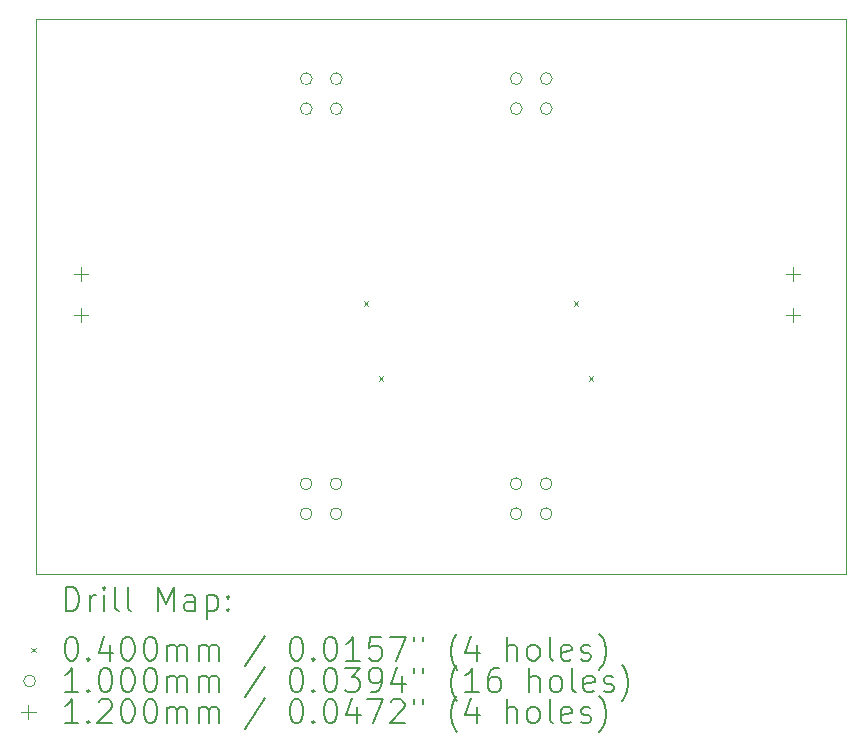
<source format=gbr>
%FSLAX45Y45*%
G04 Gerber Fmt 4.5, Leading zero omitted, Abs format (unit mm)*
G04 Created by KiCad (PCBNEW 6.0.0-rc2-unknown-160328abc7~144~ubuntu21.10.1) date 2021-12-28 15:03:49*
%MOMM*%
%LPD*%
G01*
G04 APERTURE LIST*
%TA.AperFunction,Profile*%
%ADD10C,0.100000*%
%TD*%
%ADD11C,0.200000*%
%ADD12C,0.040000*%
%ADD13C,0.100000*%
%ADD14C,0.120000*%
G04 APERTURE END LIST*
D10*
X4064000Y-10922000D02*
X4064000Y-6223000D01*
X10922000Y-6223000D02*
X10922000Y-10922000D01*
X4064000Y-6223000D02*
X10922000Y-6223000D01*
X10922000Y-10922000D02*
X4064000Y-10922000D01*
D11*
D12*
X6838000Y-8616000D02*
X6878000Y-8656000D01*
X6878000Y-8616000D02*
X6838000Y-8656000D01*
X6965000Y-9251000D02*
X7005000Y-9291000D01*
X7005000Y-9251000D02*
X6965000Y-9291000D01*
X8616000Y-8616000D02*
X8656000Y-8656000D01*
X8656000Y-8616000D02*
X8616000Y-8656000D01*
X8743000Y-9251000D02*
X8783000Y-9291000D01*
X8783000Y-9251000D02*
X8743000Y-9291000D01*
D13*
X6399500Y-10160500D02*
G75*
G03*
X6399500Y-10160500I-50000J0D01*
G01*
X6399500Y-10414500D02*
G75*
G03*
X6399500Y-10414500I-50000J0D01*
G01*
X6400500Y-6731000D02*
G75*
G03*
X6400500Y-6731000I-50000J0D01*
G01*
X6400500Y-6985000D02*
G75*
G03*
X6400500Y-6985000I-50000J0D01*
G01*
X6653500Y-10160500D02*
G75*
G03*
X6653500Y-10160500I-50000J0D01*
G01*
X6653500Y-10414500D02*
G75*
G03*
X6653500Y-10414500I-50000J0D01*
G01*
X6654500Y-6731000D02*
G75*
G03*
X6654500Y-6731000I-50000J0D01*
G01*
X6654500Y-6985000D02*
G75*
G03*
X6654500Y-6985000I-50000J0D01*
G01*
X8177500Y-10160000D02*
G75*
G03*
X8177500Y-10160000I-50000J0D01*
G01*
X8177500Y-10414000D02*
G75*
G03*
X8177500Y-10414000I-50000J0D01*
G01*
X8178500Y-6730500D02*
G75*
G03*
X8178500Y-6730500I-50000J0D01*
G01*
X8178500Y-6984500D02*
G75*
G03*
X8178500Y-6984500I-50000J0D01*
G01*
X8431500Y-10160000D02*
G75*
G03*
X8431500Y-10160000I-50000J0D01*
G01*
X8431500Y-10414000D02*
G75*
G03*
X8431500Y-10414000I-50000J0D01*
G01*
X8432500Y-6730500D02*
G75*
G03*
X8432500Y-6730500I-50000J0D01*
G01*
X8432500Y-6984500D02*
G75*
G03*
X8432500Y-6984500I-50000J0D01*
G01*
D14*
X4445000Y-8322000D02*
X4445000Y-8442000D01*
X4385000Y-8382000D02*
X4505000Y-8382000D01*
X4445000Y-8672000D02*
X4445000Y-8792000D01*
X4385000Y-8732000D02*
X4505000Y-8732000D01*
X10471000Y-8322000D02*
X10471000Y-8442000D01*
X10411000Y-8382000D02*
X10531000Y-8382000D01*
X10471000Y-8672000D02*
X10471000Y-8792000D01*
X10411000Y-8732000D02*
X10531000Y-8732000D01*
D11*
X4316619Y-11237476D02*
X4316619Y-11037476D01*
X4364238Y-11037476D01*
X4392810Y-11047000D01*
X4411857Y-11066048D01*
X4421381Y-11085095D01*
X4430905Y-11123190D01*
X4430905Y-11151762D01*
X4421381Y-11189857D01*
X4411857Y-11208905D01*
X4392810Y-11227952D01*
X4364238Y-11237476D01*
X4316619Y-11237476D01*
X4516619Y-11237476D02*
X4516619Y-11104143D01*
X4516619Y-11142238D02*
X4526143Y-11123190D01*
X4535667Y-11113667D01*
X4554714Y-11104143D01*
X4573762Y-11104143D01*
X4640429Y-11237476D02*
X4640429Y-11104143D01*
X4640429Y-11037476D02*
X4630905Y-11047000D01*
X4640429Y-11056524D01*
X4649952Y-11047000D01*
X4640429Y-11037476D01*
X4640429Y-11056524D01*
X4764238Y-11237476D02*
X4745190Y-11227952D01*
X4735667Y-11208905D01*
X4735667Y-11037476D01*
X4869000Y-11237476D02*
X4849952Y-11227952D01*
X4840429Y-11208905D01*
X4840429Y-11037476D01*
X5097571Y-11237476D02*
X5097571Y-11037476D01*
X5164238Y-11180333D01*
X5230905Y-11037476D01*
X5230905Y-11237476D01*
X5411857Y-11237476D02*
X5411857Y-11132714D01*
X5402333Y-11113667D01*
X5383286Y-11104143D01*
X5345190Y-11104143D01*
X5326143Y-11113667D01*
X5411857Y-11227952D02*
X5392810Y-11237476D01*
X5345190Y-11237476D01*
X5326143Y-11227952D01*
X5316619Y-11208905D01*
X5316619Y-11189857D01*
X5326143Y-11170810D01*
X5345190Y-11161286D01*
X5392810Y-11161286D01*
X5411857Y-11151762D01*
X5507095Y-11104143D02*
X5507095Y-11304143D01*
X5507095Y-11113667D02*
X5526143Y-11104143D01*
X5564238Y-11104143D01*
X5583286Y-11113667D01*
X5592809Y-11123190D01*
X5602333Y-11142238D01*
X5602333Y-11199381D01*
X5592809Y-11218428D01*
X5583286Y-11227952D01*
X5564238Y-11237476D01*
X5526143Y-11237476D01*
X5507095Y-11227952D01*
X5688048Y-11218428D02*
X5697571Y-11227952D01*
X5688048Y-11237476D01*
X5678524Y-11227952D01*
X5688048Y-11218428D01*
X5688048Y-11237476D01*
X5688048Y-11113667D02*
X5697571Y-11123190D01*
X5688048Y-11132714D01*
X5678524Y-11123190D01*
X5688048Y-11113667D01*
X5688048Y-11132714D01*
D12*
X4019000Y-11547000D02*
X4059000Y-11587000D01*
X4059000Y-11547000D02*
X4019000Y-11587000D01*
D11*
X4354714Y-11457476D02*
X4373762Y-11457476D01*
X4392810Y-11467000D01*
X4402333Y-11476524D01*
X4411857Y-11495571D01*
X4421381Y-11533667D01*
X4421381Y-11581286D01*
X4411857Y-11619381D01*
X4402333Y-11638428D01*
X4392810Y-11647952D01*
X4373762Y-11657476D01*
X4354714Y-11657476D01*
X4335667Y-11647952D01*
X4326143Y-11638428D01*
X4316619Y-11619381D01*
X4307095Y-11581286D01*
X4307095Y-11533667D01*
X4316619Y-11495571D01*
X4326143Y-11476524D01*
X4335667Y-11467000D01*
X4354714Y-11457476D01*
X4507095Y-11638428D02*
X4516619Y-11647952D01*
X4507095Y-11657476D01*
X4497571Y-11647952D01*
X4507095Y-11638428D01*
X4507095Y-11657476D01*
X4688048Y-11524143D02*
X4688048Y-11657476D01*
X4640429Y-11447952D02*
X4592810Y-11590809D01*
X4716619Y-11590809D01*
X4830905Y-11457476D02*
X4849952Y-11457476D01*
X4869000Y-11467000D01*
X4878524Y-11476524D01*
X4888048Y-11495571D01*
X4897571Y-11533667D01*
X4897571Y-11581286D01*
X4888048Y-11619381D01*
X4878524Y-11638428D01*
X4869000Y-11647952D01*
X4849952Y-11657476D01*
X4830905Y-11657476D01*
X4811857Y-11647952D01*
X4802333Y-11638428D01*
X4792810Y-11619381D01*
X4783286Y-11581286D01*
X4783286Y-11533667D01*
X4792810Y-11495571D01*
X4802333Y-11476524D01*
X4811857Y-11467000D01*
X4830905Y-11457476D01*
X5021381Y-11457476D02*
X5040429Y-11457476D01*
X5059476Y-11467000D01*
X5069000Y-11476524D01*
X5078524Y-11495571D01*
X5088048Y-11533667D01*
X5088048Y-11581286D01*
X5078524Y-11619381D01*
X5069000Y-11638428D01*
X5059476Y-11647952D01*
X5040429Y-11657476D01*
X5021381Y-11657476D01*
X5002333Y-11647952D01*
X4992810Y-11638428D01*
X4983286Y-11619381D01*
X4973762Y-11581286D01*
X4973762Y-11533667D01*
X4983286Y-11495571D01*
X4992810Y-11476524D01*
X5002333Y-11467000D01*
X5021381Y-11457476D01*
X5173762Y-11657476D02*
X5173762Y-11524143D01*
X5173762Y-11543190D02*
X5183286Y-11533667D01*
X5202333Y-11524143D01*
X5230905Y-11524143D01*
X5249952Y-11533667D01*
X5259476Y-11552714D01*
X5259476Y-11657476D01*
X5259476Y-11552714D02*
X5269000Y-11533667D01*
X5288048Y-11524143D01*
X5316619Y-11524143D01*
X5335667Y-11533667D01*
X5345190Y-11552714D01*
X5345190Y-11657476D01*
X5440429Y-11657476D02*
X5440429Y-11524143D01*
X5440429Y-11543190D02*
X5449952Y-11533667D01*
X5469000Y-11524143D01*
X5497571Y-11524143D01*
X5516619Y-11533667D01*
X5526143Y-11552714D01*
X5526143Y-11657476D01*
X5526143Y-11552714D02*
X5535667Y-11533667D01*
X5554714Y-11524143D01*
X5583286Y-11524143D01*
X5602333Y-11533667D01*
X5611857Y-11552714D01*
X5611857Y-11657476D01*
X6002333Y-11447952D02*
X5830905Y-11705095D01*
X6259476Y-11457476D02*
X6278524Y-11457476D01*
X6297571Y-11467000D01*
X6307095Y-11476524D01*
X6316619Y-11495571D01*
X6326143Y-11533667D01*
X6326143Y-11581286D01*
X6316619Y-11619381D01*
X6307095Y-11638428D01*
X6297571Y-11647952D01*
X6278524Y-11657476D01*
X6259476Y-11657476D01*
X6240428Y-11647952D01*
X6230905Y-11638428D01*
X6221381Y-11619381D01*
X6211857Y-11581286D01*
X6211857Y-11533667D01*
X6221381Y-11495571D01*
X6230905Y-11476524D01*
X6240428Y-11467000D01*
X6259476Y-11457476D01*
X6411857Y-11638428D02*
X6421381Y-11647952D01*
X6411857Y-11657476D01*
X6402333Y-11647952D01*
X6411857Y-11638428D01*
X6411857Y-11657476D01*
X6545190Y-11457476D02*
X6564238Y-11457476D01*
X6583286Y-11467000D01*
X6592809Y-11476524D01*
X6602333Y-11495571D01*
X6611857Y-11533667D01*
X6611857Y-11581286D01*
X6602333Y-11619381D01*
X6592809Y-11638428D01*
X6583286Y-11647952D01*
X6564238Y-11657476D01*
X6545190Y-11657476D01*
X6526143Y-11647952D01*
X6516619Y-11638428D01*
X6507095Y-11619381D01*
X6497571Y-11581286D01*
X6497571Y-11533667D01*
X6507095Y-11495571D01*
X6516619Y-11476524D01*
X6526143Y-11467000D01*
X6545190Y-11457476D01*
X6802333Y-11657476D02*
X6688048Y-11657476D01*
X6745190Y-11657476D02*
X6745190Y-11457476D01*
X6726143Y-11486048D01*
X6707095Y-11505095D01*
X6688048Y-11514619D01*
X6983286Y-11457476D02*
X6888048Y-11457476D01*
X6878524Y-11552714D01*
X6888048Y-11543190D01*
X6907095Y-11533667D01*
X6954714Y-11533667D01*
X6973762Y-11543190D01*
X6983286Y-11552714D01*
X6992809Y-11571762D01*
X6992809Y-11619381D01*
X6983286Y-11638428D01*
X6973762Y-11647952D01*
X6954714Y-11657476D01*
X6907095Y-11657476D01*
X6888048Y-11647952D01*
X6878524Y-11638428D01*
X7059476Y-11457476D02*
X7192809Y-11457476D01*
X7107095Y-11657476D01*
X7259476Y-11457476D02*
X7259476Y-11495571D01*
X7335667Y-11457476D02*
X7335667Y-11495571D01*
X7630905Y-11733667D02*
X7621381Y-11724143D01*
X7602333Y-11695571D01*
X7592809Y-11676524D01*
X7583286Y-11647952D01*
X7573762Y-11600333D01*
X7573762Y-11562238D01*
X7583286Y-11514619D01*
X7592809Y-11486048D01*
X7602333Y-11467000D01*
X7621381Y-11438428D01*
X7630905Y-11428905D01*
X7792809Y-11524143D02*
X7792809Y-11657476D01*
X7745190Y-11447952D02*
X7697571Y-11590809D01*
X7821381Y-11590809D01*
X8049952Y-11657476D02*
X8049952Y-11457476D01*
X8135667Y-11657476D02*
X8135667Y-11552714D01*
X8126143Y-11533667D01*
X8107095Y-11524143D01*
X8078524Y-11524143D01*
X8059476Y-11533667D01*
X8049952Y-11543190D01*
X8259476Y-11657476D02*
X8240428Y-11647952D01*
X8230905Y-11638428D01*
X8221381Y-11619381D01*
X8221381Y-11562238D01*
X8230905Y-11543190D01*
X8240428Y-11533667D01*
X8259476Y-11524143D01*
X8288048Y-11524143D01*
X8307095Y-11533667D01*
X8316619Y-11543190D01*
X8326143Y-11562238D01*
X8326143Y-11619381D01*
X8316619Y-11638428D01*
X8307095Y-11647952D01*
X8288048Y-11657476D01*
X8259476Y-11657476D01*
X8440429Y-11657476D02*
X8421381Y-11647952D01*
X8411857Y-11628905D01*
X8411857Y-11457476D01*
X8592810Y-11647952D02*
X8573762Y-11657476D01*
X8535667Y-11657476D01*
X8516619Y-11647952D01*
X8507095Y-11628905D01*
X8507095Y-11552714D01*
X8516619Y-11533667D01*
X8535667Y-11524143D01*
X8573762Y-11524143D01*
X8592810Y-11533667D01*
X8602333Y-11552714D01*
X8602333Y-11571762D01*
X8507095Y-11590809D01*
X8678524Y-11647952D02*
X8697571Y-11657476D01*
X8735667Y-11657476D01*
X8754714Y-11647952D01*
X8764238Y-11628905D01*
X8764238Y-11619381D01*
X8754714Y-11600333D01*
X8735667Y-11590809D01*
X8707095Y-11590809D01*
X8688048Y-11581286D01*
X8678524Y-11562238D01*
X8678524Y-11552714D01*
X8688048Y-11533667D01*
X8707095Y-11524143D01*
X8735667Y-11524143D01*
X8754714Y-11533667D01*
X8830905Y-11733667D02*
X8840429Y-11724143D01*
X8859476Y-11695571D01*
X8869000Y-11676524D01*
X8878524Y-11647952D01*
X8888048Y-11600333D01*
X8888048Y-11562238D01*
X8878524Y-11514619D01*
X8869000Y-11486048D01*
X8859476Y-11467000D01*
X8840429Y-11438428D01*
X8830905Y-11428905D01*
D13*
X4059000Y-11831000D02*
G75*
G03*
X4059000Y-11831000I-50000J0D01*
G01*
D11*
X4421381Y-11921476D02*
X4307095Y-11921476D01*
X4364238Y-11921476D02*
X4364238Y-11721476D01*
X4345190Y-11750048D01*
X4326143Y-11769095D01*
X4307095Y-11778619D01*
X4507095Y-11902428D02*
X4516619Y-11911952D01*
X4507095Y-11921476D01*
X4497571Y-11911952D01*
X4507095Y-11902428D01*
X4507095Y-11921476D01*
X4640429Y-11721476D02*
X4659476Y-11721476D01*
X4678524Y-11731000D01*
X4688048Y-11740524D01*
X4697571Y-11759571D01*
X4707095Y-11797667D01*
X4707095Y-11845286D01*
X4697571Y-11883381D01*
X4688048Y-11902428D01*
X4678524Y-11911952D01*
X4659476Y-11921476D01*
X4640429Y-11921476D01*
X4621381Y-11911952D01*
X4611857Y-11902428D01*
X4602333Y-11883381D01*
X4592810Y-11845286D01*
X4592810Y-11797667D01*
X4602333Y-11759571D01*
X4611857Y-11740524D01*
X4621381Y-11731000D01*
X4640429Y-11721476D01*
X4830905Y-11721476D02*
X4849952Y-11721476D01*
X4869000Y-11731000D01*
X4878524Y-11740524D01*
X4888048Y-11759571D01*
X4897571Y-11797667D01*
X4897571Y-11845286D01*
X4888048Y-11883381D01*
X4878524Y-11902428D01*
X4869000Y-11911952D01*
X4849952Y-11921476D01*
X4830905Y-11921476D01*
X4811857Y-11911952D01*
X4802333Y-11902428D01*
X4792810Y-11883381D01*
X4783286Y-11845286D01*
X4783286Y-11797667D01*
X4792810Y-11759571D01*
X4802333Y-11740524D01*
X4811857Y-11731000D01*
X4830905Y-11721476D01*
X5021381Y-11721476D02*
X5040429Y-11721476D01*
X5059476Y-11731000D01*
X5069000Y-11740524D01*
X5078524Y-11759571D01*
X5088048Y-11797667D01*
X5088048Y-11845286D01*
X5078524Y-11883381D01*
X5069000Y-11902428D01*
X5059476Y-11911952D01*
X5040429Y-11921476D01*
X5021381Y-11921476D01*
X5002333Y-11911952D01*
X4992810Y-11902428D01*
X4983286Y-11883381D01*
X4973762Y-11845286D01*
X4973762Y-11797667D01*
X4983286Y-11759571D01*
X4992810Y-11740524D01*
X5002333Y-11731000D01*
X5021381Y-11721476D01*
X5173762Y-11921476D02*
X5173762Y-11788143D01*
X5173762Y-11807190D02*
X5183286Y-11797667D01*
X5202333Y-11788143D01*
X5230905Y-11788143D01*
X5249952Y-11797667D01*
X5259476Y-11816714D01*
X5259476Y-11921476D01*
X5259476Y-11816714D02*
X5269000Y-11797667D01*
X5288048Y-11788143D01*
X5316619Y-11788143D01*
X5335667Y-11797667D01*
X5345190Y-11816714D01*
X5345190Y-11921476D01*
X5440429Y-11921476D02*
X5440429Y-11788143D01*
X5440429Y-11807190D02*
X5449952Y-11797667D01*
X5469000Y-11788143D01*
X5497571Y-11788143D01*
X5516619Y-11797667D01*
X5526143Y-11816714D01*
X5526143Y-11921476D01*
X5526143Y-11816714D02*
X5535667Y-11797667D01*
X5554714Y-11788143D01*
X5583286Y-11788143D01*
X5602333Y-11797667D01*
X5611857Y-11816714D01*
X5611857Y-11921476D01*
X6002333Y-11711952D02*
X5830905Y-11969095D01*
X6259476Y-11721476D02*
X6278524Y-11721476D01*
X6297571Y-11731000D01*
X6307095Y-11740524D01*
X6316619Y-11759571D01*
X6326143Y-11797667D01*
X6326143Y-11845286D01*
X6316619Y-11883381D01*
X6307095Y-11902428D01*
X6297571Y-11911952D01*
X6278524Y-11921476D01*
X6259476Y-11921476D01*
X6240428Y-11911952D01*
X6230905Y-11902428D01*
X6221381Y-11883381D01*
X6211857Y-11845286D01*
X6211857Y-11797667D01*
X6221381Y-11759571D01*
X6230905Y-11740524D01*
X6240428Y-11731000D01*
X6259476Y-11721476D01*
X6411857Y-11902428D02*
X6421381Y-11911952D01*
X6411857Y-11921476D01*
X6402333Y-11911952D01*
X6411857Y-11902428D01*
X6411857Y-11921476D01*
X6545190Y-11721476D02*
X6564238Y-11721476D01*
X6583286Y-11731000D01*
X6592809Y-11740524D01*
X6602333Y-11759571D01*
X6611857Y-11797667D01*
X6611857Y-11845286D01*
X6602333Y-11883381D01*
X6592809Y-11902428D01*
X6583286Y-11911952D01*
X6564238Y-11921476D01*
X6545190Y-11921476D01*
X6526143Y-11911952D01*
X6516619Y-11902428D01*
X6507095Y-11883381D01*
X6497571Y-11845286D01*
X6497571Y-11797667D01*
X6507095Y-11759571D01*
X6516619Y-11740524D01*
X6526143Y-11731000D01*
X6545190Y-11721476D01*
X6678524Y-11721476D02*
X6802333Y-11721476D01*
X6735667Y-11797667D01*
X6764238Y-11797667D01*
X6783286Y-11807190D01*
X6792809Y-11816714D01*
X6802333Y-11835762D01*
X6802333Y-11883381D01*
X6792809Y-11902428D01*
X6783286Y-11911952D01*
X6764238Y-11921476D01*
X6707095Y-11921476D01*
X6688048Y-11911952D01*
X6678524Y-11902428D01*
X6897571Y-11921476D02*
X6935667Y-11921476D01*
X6954714Y-11911952D01*
X6964238Y-11902428D01*
X6983286Y-11873857D01*
X6992809Y-11835762D01*
X6992809Y-11759571D01*
X6983286Y-11740524D01*
X6973762Y-11731000D01*
X6954714Y-11721476D01*
X6916619Y-11721476D01*
X6897571Y-11731000D01*
X6888048Y-11740524D01*
X6878524Y-11759571D01*
X6878524Y-11807190D01*
X6888048Y-11826238D01*
X6897571Y-11835762D01*
X6916619Y-11845286D01*
X6954714Y-11845286D01*
X6973762Y-11835762D01*
X6983286Y-11826238D01*
X6992809Y-11807190D01*
X7164238Y-11788143D02*
X7164238Y-11921476D01*
X7116619Y-11711952D02*
X7069000Y-11854809D01*
X7192809Y-11854809D01*
X7259476Y-11721476D02*
X7259476Y-11759571D01*
X7335667Y-11721476D02*
X7335667Y-11759571D01*
X7630905Y-11997667D02*
X7621381Y-11988143D01*
X7602333Y-11959571D01*
X7592809Y-11940524D01*
X7583286Y-11911952D01*
X7573762Y-11864333D01*
X7573762Y-11826238D01*
X7583286Y-11778619D01*
X7592809Y-11750048D01*
X7602333Y-11731000D01*
X7621381Y-11702428D01*
X7630905Y-11692905D01*
X7811857Y-11921476D02*
X7697571Y-11921476D01*
X7754714Y-11921476D02*
X7754714Y-11721476D01*
X7735667Y-11750048D01*
X7716619Y-11769095D01*
X7697571Y-11778619D01*
X7983286Y-11721476D02*
X7945190Y-11721476D01*
X7926143Y-11731000D01*
X7916619Y-11740524D01*
X7897571Y-11769095D01*
X7888048Y-11807190D01*
X7888048Y-11883381D01*
X7897571Y-11902428D01*
X7907095Y-11911952D01*
X7926143Y-11921476D01*
X7964238Y-11921476D01*
X7983286Y-11911952D01*
X7992809Y-11902428D01*
X8002333Y-11883381D01*
X8002333Y-11835762D01*
X7992809Y-11816714D01*
X7983286Y-11807190D01*
X7964238Y-11797667D01*
X7926143Y-11797667D01*
X7907095Y-11807190D01*
X7897571Y-11816714D01*
X7888048Y-11835762D01*
X8240428Y-11921476D02*
X8240428Y-11721476D01*
X8326143Y-11921476D02*
X8326143Y-11816714D01*
X8316619Y-11797667D01*
X8297571Y-11788143D01*
X8269000Y-11788143D01*
X8249952Y-11797667D01*
X8240428Y-11807190D01*
X8449952Y-11921476D02*
X8430905Y-11911952D01*
X8421381Y-11902428D01*
X8411857Y-11883381D01*
X8411857Y-11826238D01*
X8421381Y-11807190D01*
X8430905Y-11797667D01*
X8449952Y-11788143D01*
X8478524Y-11788143D01*
X8497571Y-11797667D01*
X8507095Y-11807190D01*
X8516619Y-11826238D01*
X8516619Y-11883381D01*
X8507095Y-11902428D01*
X8497571Y-11911952D01*
X8478524Y-11921476D01*
X8449952Y-11921476D01*
X8630905Y-11921476D02*
X8611857Y-11911952D01*
X8602333Y-11892905D01*
X8602333Y-11721476D01*
X8783286Y-11911952D02*
X8764238Y-11921476D01*
X8726143Y-11921476D01*
X8707095Y-11911952D01*
X8697571Y-11892905D01*
X8697571Y-11816714D01*
X8707095Y-11797667D01*
X8726143Y-11788143D01*
X8764238Y-11788143D01*
X8783286Y-11797667D01*
X8792810Y-11816714D01*
X8792810Y-11835762D01*
X8697571Y-11854809D01*
X8869000Y-11911952D02*
X8888048Y-11921476D01*
X8926143Y-11921476D01*
X8945190Y-11911952D01*
X8954714Y-11892905D01*
X8954714Y-11883381D01*
X8945190Y-11864333D01*
X8926143Y-11854809D01*
X8897571Y-11854809D01*
X8878524Y-11845286D01*
X8869000Y-11826238D01*
X8869000Y-11816714D01*
X8878524Y-11797667D01*
X8897571Y-11788143D01*
X8926143Y-11788143D01*
X8945190Y-11797667D01*
X9021381Y-11997667D02*
X9030905Y-11988143D01*
X9049952Y-11959571D01*
X9059476Y-11940524D01*
X9069000Y-11911952D01*
X9078524Y-11864333D01*
X9078524Y-11826238D01*
X9069000Y-11778619D01*
X9059476Y-11750048D01*
X9049952Y-11731000D01*
X9030905Y-11702428D01*
X9021381Y-11692905D01*
D14*
X3999000Y-12035000D02*
X3999000Y-12155000D01*
X3939000Y-12095000D02*
X4059000Y-12095000D01*
D11*
X4421381Y-12185476D02*
X4307095Y-12185476D01*
X4364238Y-12185476D02*
X4364238Y-11985476D01*
X4345190Y-12014048D01*
X4326143Y-12033095D01*
X4307095Y-12042619D01*
X4507095Y-12166428D02*
X4516619Y-12175952D01*
X4507095Y-12185476D01*
X4497571Y-12175952D01*
X4507095Y-12166428D01*
X4507095Y-12185476D01*
X4592810Y-12004524D02*
X4602333Y-11995000D01*
X4621381Y-11985476D01*
X4669000Y-11985476D01*
X4688048Y-11995000D01*
X4697571Y-12004524D01*
X4707095Y-12023571D01*
X4707095Y-12042619D01*
X4697571Y-12071190D01*
X4583286Y-12185476D01*
X4707095Y-12185476D01*
X4830905Y-11985476D02*
X4849952Y-11985476D01*
X4869000Y-11995000D01*
X4878524Y-12004524D01*
X4888048Y-12023571D01*
X4897571Y-12061667D01*
X4897571Y-12109286D01*
X4888048Y-12147381D01*
X4878524Y-12166428D01*
X4869000Y-12175952D01*
X4849952Y-12185476D01*
X4830905Y-12185476D01*
X4811857Y-12175952D01*
X4802333Y-12166428D01*
X4792810Y-12147381D01*
X4783286Y-12109286D01*
X4783286Y-12061667D01*
X4792810Y-12023571D01*
X4802333Y-12004524D01*
X4811857Y-11995000D01*
X4830905Y-11985476D01*
X5021381Y-11985476D02*
X5040429Y-11985476D01*
X5059476Y-11995000D01*
X5069000Y-12004524D01*
X5078524Y-12023571D01*
X5088048Y-12061667D01*
X5088048Y-12109286D01*
X5078524Y-12147381D01*
X5069000Y-12166428D01*
X5059476Y-12175952D01*
X5040429Y-12185476D01*
X5021381Y-12185476D01*
X5002333Y-12175952D01*
X4992810Y-12166428D01*
X4983286Y-12147381D01*
X4973762Y-12109286D01*
X4973762Y-12061667D01*
X4983286Y-12023571D01*
X4992810Y-12004524D01*
X5002333Y-11995000D01*
X5021381Y-11985476D01*
X5173762Y-12185476D02*
X5173762Y-12052143D01*
X5173762Y-12071190D02*
X5183286Y-12061667D01*
X5202333Y-12052143D01*
X5230905Y-12052143D01*
X5249952Y-12061667D01*
X5259476Y-12080714D01*
X5259476Y-12185476D01*
X5259476Y-12080714D02*
X5269000Y-12061667D01*
X5288048Y-12052143D01*
X5316619Y-12052143D01*
X5335667Y-12061667D01*
X5345190Y-12080714D01*
X5345190Y-12185476D01*
X5440429Y-12185476D02*
X5440429Y-12052143D01*
X5440429Y-12071190D02*
X5449952Y-12061667D01*
X5469000Y-12052143D01*
X5497571Y-12052143D01*
X5516619Y-12061667D01*
X5526143Y-12080714D01*
X5526143Y-12185476D01*
X5526143Y-12080714D02*
X5535667Y-12061667D01*
X5554714Y-12052143D01*
X5583286Y-12052143D01*
X5602333Y-12061667D01*
X5611857Y-12080714D01*
X5611857Y-12185476D01*
X6002333Y-11975952D02*
X5830905Y-12233095D01*
X6259476Y-11985476D02*
X6278524Y-11985476D01*
X6297571Y-11995000D01*
X6307095Y-12004524D01*
X6316619Y-12023571D01*
X6326143Y-12061667D01*
X6326143Y-12109286D01*
X6316619Y-12147381D01*
X6307095Y-12166428D01*
X6297571Y-12175952D01*
X6278524Y-12185476D01*
X6259476Y-12185476D01*
X6240428Y-12175952D01*
X6230905Y-12166428D01*
X6221381Y-12147381D01*
X6211857Y-12109286D01*
X6211857Y-12061667D01*
X6221381Y-12023571D01*
X6230905Y-12004524D01*
X6240428Y-11995000D01*
X6259476Y-11985476D01*
X6411857Y-12166428D02*
X6421381Y-12175952D01*
X6411857Y-12185476D01*
X6402333Y-12175952D01*
X6411857Y-12166428D01*
X6411857Y-12185476D01*
X6545190Y-11985476D02*
X6564238Y-11985476D01*
X6583286Y-11995000D01*
X6592809Y-12004524D01*
X6602333Y-12023571D01*
X6611857Y-12061667D01*
X6611857Y-12109286D01*
X6602333Y-12147381D01*
X6592809Y-12166428D01*
X6583286Y-12175952D01*
X6564238Y-12185476D01*
X6545190Y-12185476D01*
X6526143Y-12175952D01*
X6516619Y-12166428D01*
X6507095Y-12147381D01*
X6497571Y-12109286D01*
X6497571Y-12061667D01*
X6507095Y-12023571D01*
X6516619Y-12004524D01*
X6526143Y-11995000D01*
X6545190Y-11985476D01*
X6783286Y-12052143D02*
X6783286Y-12185476D01*
X6735667Y-11975952D02*
X6688048Y-12118809D01*
X6811857Y-12118809D01*
X6869000Y-11985476D02*
X7002333Y-11985476D01*
X6916619Y-12185476D01*
X7069000Y-12004524D02*
X7078524Y-11995000D01*
X7097571Y-11985476D01*
X7145190Y-11985476D01*
X7164238Y-11995000D01*
X7173762Y-12004524D01*
X7183286Y-12023571D01*
X7183286Y-12042619D01*
X7173762Y-12071190D01*
X7059476Y-12185476D01*
X7183286Y-12185476D01*
X7259476Y-11985476D02*
X7259476Y-12023571D01*
X7335667Y-11985476D02*
X7335667Y-12023571D01*
X7630905Y-12261667D02*
X7621381Y-12252143D01*
X7602333Y-12223571D01*
X7592809Y-12204524D01*
X7583286Y-12175952D01*
X7573762Y-12128333D01*
X7573762Y-12090238D01*
X7583286Y-12042619D01*
X7592809Y-12014048D01*
X7602333Y-11995000D01*
X7621381Y-11966428D01*
X7630905Y-11956905D01*
X7792809Y-12052143D02*
X7792809Y-12185476D01*
X7745190Y-11975952D02*
X7697571Y-12118809D01*
X7821381Y-12118809D01*
X8049952Y-12185476D02*
X8049952Y-11985476D01*
X8135667Y-12185476D02*
X8135667Y-12080714D01*
X8126143Y-12061667D01*
X8107095Y-12052143D01*
X8078524Y-12052143D01*
X8059476Y-12061667D01*
X8049952Y-12071190D01*
X8259476Y-12185476D02*
X8240428Y-12175952D01*
X8230905Y-12166428D01*
X8221381Y-12147381D01*
X8221381Y-12090238D01*
X8230905Y-12071190D01*
X8240428Y-12061667D01*
X8259476Y-12052143D01*
X8288048Y-12052143D01*
X8307095Y-12061667D01*
X8316619Y-12071190D01*
X8326143Y-12090238D01*
X8326143Y-12147381D01*
X8316619Y-12166428D01*
X8307095Y-12175952D01*
X8288048Y-12185476D01*
X8259476Y-12185476D01*
X8440429Y-12185476D02*
X8421381Y-12175952D01*
X8411857Y-12156905D01*
X8411857Y-11985476D01*
X8592810Y-12175952D02*
X8573762Y-12185476D01*
X8535667Y-12185476D01*
X8516619Y-12175952D01*
X8507095Y-12156905D01*
X8507095Y-12080714D01*
X8516619Y-12061667D01*
X8535667Y-12052143D01*
X8573762Y-12052143D01*
X8592810Y-12061667D01*
X8602333Y-12080714D01*
X8602333Y-12099762D01*
X8507095Y-12118809D01*
X8678524Y-12175952D02*
X8697571Y-12185476D01*
X8735667Y-12185476D01*
X8754714Y-12175952D01*
X8764238Y-12156905D01*
X8764238Y-12147381D01*
X8754714Y-12128333D01*
X8735667Y-12118809D01*
X8707095Y-12118809D01*
X8688048Y-12109286D01*
X8678524Y-12090238D01*
X8678524Y-12080714D01*
X8688048Y-12061667D01*
X8707095Y-12052143D01*
X8735667Y-12052143D01*
X8754714Y-12061667D01*
X8830905Y-12261667D02*
X8840429Y-12252143D01*
X8859476Y-12223571D01*
X8869000Y-12204524D01*
X8878524Y-12175952D01*
X8888048Y-12128333D01*
X8888048Y-12090238D01*
X8878524Y-12042619D01*
X8869000Y-12014048D01*
X8859476Y-11995000D01*
X8840429Y-11966428D01*
X8830905Y-11956905D01*
M02*

</source>
